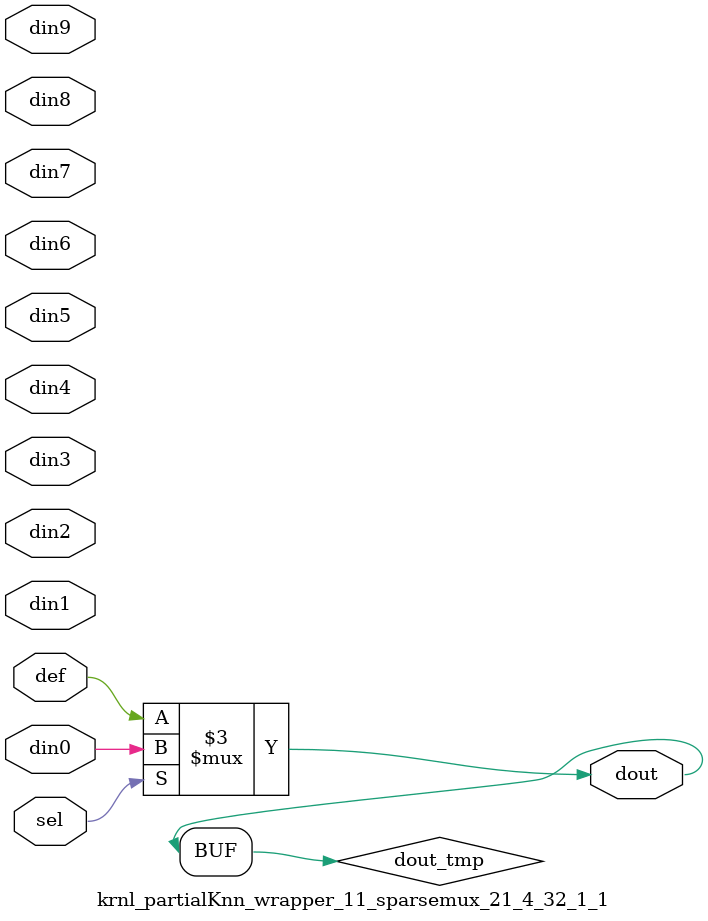
<source format=v>
`timescale 1 ns / 1 ps
module krnl_partialKnn_wrapper_11_sparsemux_21_4_32_1_1 (din0,din1,din2,din3,din4,din5,din6,din7,din8,din9,def,sel,dout);
parameter din0_WIDTH = 1;
parameter din1_WIDTH = 1;
parameter din2_WIDTH = 1;
parameter din3_WIDTH = 1;
parameter din4_WIDTH = 1;
parameter din5_WIDTH = 1;
parameter din6_WIDTH = 1;
parameter din7_WIDTH = 1;
parameter din8_WIDTH = 1;
parameter din9_WIDTH = 1;
parameter def_WIDTH = 1;
parameter sel_WIDTH = 1;
parameter dout_WIDTH = 1;
parameter [sel_WIDTH-1:0] CASE0 = 1;
parameter [sel_WIDTH-1:0] CASE1 = 1;
parameter [sel_WIDTH-1:0] CASE2 = 1;
parameter [sel_WIDTH-1:0] CASE3 = 1;
parameter [sel_WIDTH-1:0] CASE4 = 1;
parameter [sel_WIDTH-1:0] CASE5 = 1;
parameter [sel_WIDTH-1:0] CASE6 = 1;
parameter [sel_WIDTH-1:0] CASE7 = 1;
parameter [sel_WIDTH-1:0] CASE8 = 1;
parameter [sel_WIDTH-1:0] CASE9 = 1;
parameter ID = 1;
parameter NUM_STAGE = 1;
input [din0_WIDTH-1:0] din0;
input [din1_WIDTH-1:0] din1;
input [din2_WIDTH-1:0] din2;
input [din3_WIDTH-1:0] din3;
input [din4_WIDTH-1:0] din4;
input [din5_WIDTH-1:0] din5;
input [din6_WIDTH-1:0] din6;
input [din7_WIDTH-1:0] din7;
input [din8_WIDTH-1:0] din8;
input [din9_WIDTH-1:0] din9;
input [def_WIDTH-1:0] def;
input [sel_WIDTH-1:0] sel;
output [dout_WIDTH-1:0] dout;
reg [dout_WIDTH-1:0] dout_tmp;
always @ (*) begin
case (sel)
    
    CASE0 : dout_tmp = din0;
    
    CASE1 : dout_tmp = din1;
    
    CASE2 : dout_tmp = din2;
    
    CASE3 : dout_tmp = din3;
    
    CASE4 : dout_tmp = din4;
    
    CASE5 : dout_tmp = din5;
    
    CASE6 : dout_tmp = din6;
    
    CASE7 : dout_tmp = din7;
    
    CASE8 : dout_tmp = din8;
    
    CASE9 : dout_tmp = din9;
    
    default : dout_tmp = def;
endcase
end
assign dout = dout_tmp;
endmodule
</source>
